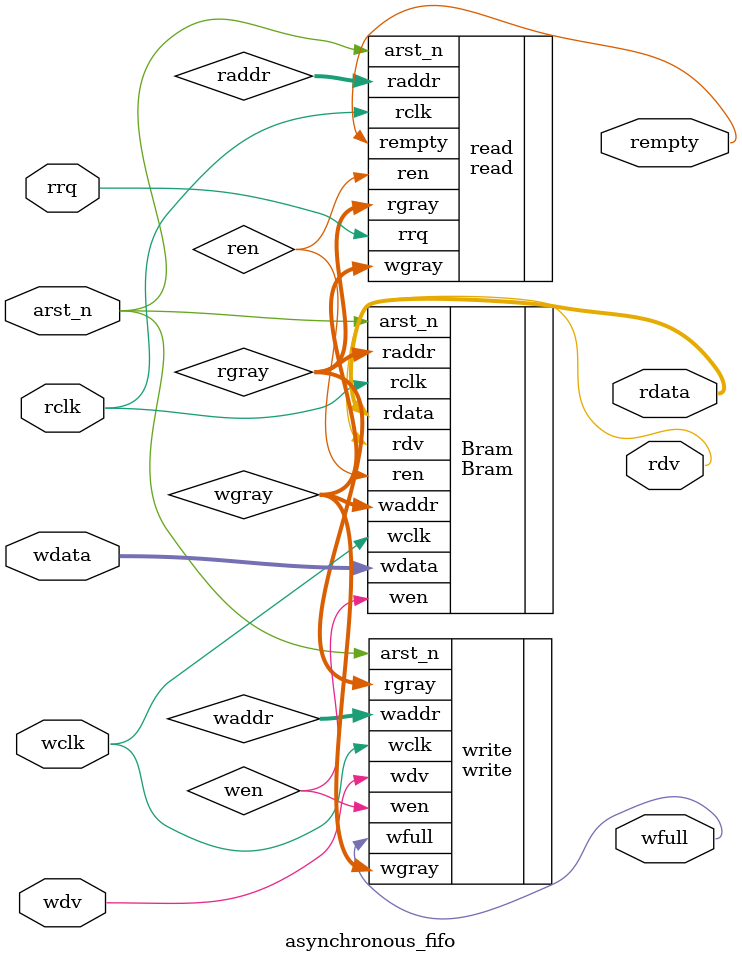
<source format=v>
`timescale 1ns / 1ps


// TOP-level module
module asynchronous_fifo #
(
    parameter     DEPTH = 16,
    parameter     AWIDTH = 3,
    parameter     DWIDTH = 32
)
(
    input                   arst_n,

    input                   wclk,   
    input                   wdv,    
    input   [DWIDTH-1:0]    wdata,  
    output                  wfull,  

    input                   rclk,   
    input                   rrq,    
    output  [DWIDTH-1:0]    rdata,  
    output                  rempty, 
    output                  rdv
);


    // internal nets
    wire [AWIDTH:0]     rgray;
    wire [AWIDTH:0]     wgray;
    wire [AWIDTH-1:0]   waddr;
    wire [AWIDTH-1:0]   raddr;
    wire                wen;
    wire                ren;


// Write logic
write  #(.AWIDTH(AWIDTH))
  write
(
    .wclk       (wclk   ),
    .arst_n     (arst_n ),
    .wdv        (wdv    ),
    .rgray      (rgray  ),
    .wgray      (wgray  ),
    .waddr      (waddr  ),
    .wfull      (wfull  ),
    .wen        (wen    )
);

// Read logic
read  #(.AWIDTH(AWIDTH))
  read
(
    .rclk       (rclk   ),
    .arst_n     (arst_n ),
    .rrq        (rrq    ),
    .wgray      (wgray  ),
    .rgray      (rgray  ),
    .raddr      (raddr  ),
    .rempty     (rempty ),
    .ren        (ren    )
);


// Block RAM
Bram  #(
    .DEPTH(DEPTH),
    .DWIDTH(DWIDTH)
)
  Bram
(
    .arst_n  (arst_n  ),
    .wclk    (wclk    ),
    .wen     (wen     ),
    .waddr   (wgray   ),
    .wdata   (wdata   ),
    .rclk    (rclk    ),
    .raddr   (rgray   ),
    .rdata   (rdata   ),
    .ren     (ren     ),
    .rdv     (rdv     )
);


endmodule

</source>
